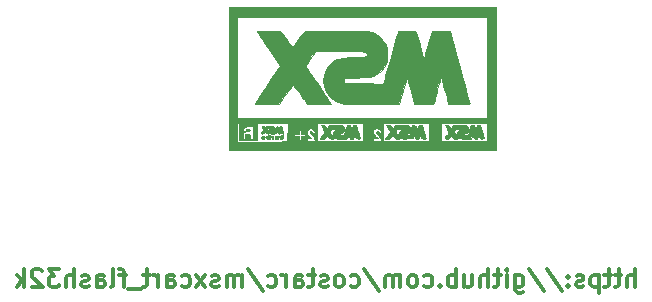
<source format=gbr>
G04 #@! TF.GenerationSoftware,KiCad,Pcbnew,(6.0.7)*
G04 #@! TF.CreationDate,2023-01-05T13:14:55+00:00*
G04 #@! TF.ProjectId,msx_eeprom,6d73785f-6565-4707-926f-6d2e6b696361,rev?*
G04 #@! TF.SameCoordinates,Original*
G04 #@! TF.FileFunction,Legend,Bot*
G04 #@! TF.FilePolarity,Positive*
%FSLAX46Y46*%
G04 Gerber Fmt 4.6, Leading zero omitted, Abs format (unit mm)*
G04 Created by KiCad (PCBNEW (6.0.7)) date 2023-01-05 13:14:55*
%MOMM*%
%LPD*%
G01*
G04 APERTURE LIST*
%ADD10C,0.300000*%
%ADD11C,0.010000*%
G04 APERTURE END LIST*
D10*
X165807142Y-104564571D02*
X165807142Y-103064571D01*
X165164285Y-104564571D02*
X165164285Y-103778857D01*
X165235714Y-103636000D01*
X165378571Y-103564571D01*
X165592857Y-103564571D01*
X165735714Y-103636000D01*
X165807142Y-103707428D01*
X164664285Y-103564571D02*
X164092857Y-103564571D01*
X164450000Y-103064571D02*
X164450000Y-104350285D01*
X164378571Y-104493142D01*
X164235714Y-104564571D01*
X164092857Y-104564571D01*
X163807142Y-103564571D02*
X163235714Y-103564571D01*
X163592857Y-103064571D02*
X163592857Y-104350285D01*
X163521428Y-104493142D01*
X163378571Y-104564571D01*
X163235714Y-104564571D01*
X162735714Y-103564571D02*
X162735714Y-105064571D01*
X162735714Y-103636000D02*
X162592857Y-103564571D01*
X162307142Y-103564571D01*
X162164285Y-103636000D01*
X162092857Y-103707428D01*
X162021428Y-103850285D01*
X162021428Y-104278857D01*
X162092857Y-104421714D01*
X162164285Y-104493142D01*
X162307142Y-104564571D01*
X162592857Y-104564571D01*
X162735714Y-104493142D01*
X161450000Y-104493142D02*
X161307142Y-104564571D01*
X161021428Y-104564571D01*
X160878571Y-104493142D01*
X160807142Y-104350285D01*
X160807142Y-104278857D01*
X160878571Y-104136000D01*
X161021428Y-104064571D01*
X161235714Y-104064571D01*
X161378571Y-103993142D01*
X161450000Y-103850285D01*
X161450000Y-103778857D01*
X161378571Y-103636000D01*
X161235714Y-103564571D01*
X161021428Y-103564571D01*
X160878571Y-103636000D01*
X160164285Y-104421714D02*
X160092857Y-104493142D01*
X160164285Y-104564571D01*
X160235714Y-104493142D01*
X160164285Y-104421714D01*
X160164285Y-104564571D01*
X160164285Y-103636000D02*
X160092857Y-103707428D01*
X160164285Y-103778857D01*
X160235714Y-103707428D01*
X160164285Y-103636000D01*
X160164285Y-103778857D01*
X158378571Y-102993142D02*
X159664285Y-104921714D01*
X156807142Y-102993142D02*
X158092857Y-104921714D01*
X155664285Y-103564571D02*
X155664285Y-104778857D01*
X155735714Y-104921714D01*
X155807142Y-104993142D01*
X155950000Y-105064571D01*
X156164285Y-105064571D01*
X156307142Y-104993142D01*
X155664285Y-104493142D02*
X155807142Y-104564571D01*
X156092857Y-104564571D01*
X156235714Y-104493142D01*
X156307142Y-104421714D01*
X156378571Y-104278857D01*
X156378571Y-103850285D01*
X156307142Y-103707428D01*
X156235714Y-103636000D01*
X156092857Y-103564571D01*
X155807142Y-103564571D01*
X155664285Y-103636000D01*
X154950000Y-104564571D02*
X154950000Y-103564571D01*
X154950000Y-103064571D02*
X155021428Y-103136000D01*
X154950000Y-103207428D01*
X154878571Y-103136000D01*
X154950000Y-103064571D01*
X154950000Y-103207428D01*
X154450000Y-103564571D02*
X153878571Y-103564571D01*
X154235714Y-103064571D02*
X154235714Y-104350285D01*
X154164285Y-104493142D01*
X154021428Y-104564571D01*
X153878571Y-104564571D01*
X153378571Y-104564571D02*
X153378571Y-103064571D01*
X152735714Y-104564571D02*
X152735714Y-103778857D01*
X152807142Y-103636000D01*
X152950000Y-103564571D01*
X153164285Y-103564571D01*
X153307142Y-103636000D01*
X153378571Y-103707428D01*
X151378571Y-103564571D02*
X151378571Y-104564571D01*
X152021428Y-103564571D02*
X152021428Y-104350285D01*
X151950000Y-104493142D01*
X151807142Y-104564571D01*
X151592857Y-104564571D01*
X151450000Y-104493142D01*
X151378571Y-104421714D01*
X150664285Y-104564571D02*
X150664285Y-103064571D01*
X150664285Y-103636000D02*
X150521428Y-103564571D01*
X150235714Y-103564571D01*
X150092857Y-103636000D01*
X150021428Y-103707428D01*
X149950000Y-103850285D01*
X149950000Y-104278857D01*
X150021428Y-104421714D01*
X150092857Y-104493142D01*
X150235714Y-104564571D01*
X150521428Y-104564571D01*
X150664285Y-104493142D01*
X149307142Y-104421714D02*
X149235714Y-104493142D01*
X149307142Y-104564571D01*
X149378571Y-104493142D01*
X149307142Y-104421714D01*
X149307142Y-104564571D01*
X147950000Y-104493142D02*
X148092857Y-104564571D01*
X148378571Y-104564571D01*
X148521428Y-104493142D01*
X148592857Y-104421714D01*
X148664285Y-104278857D01*
X148664285Y-103850285D01*
X148592857Y-103707428D01*
X148521428Y-103636000D01*
X148378571Y-103564571D01*
X148092857Y-103564571D01*
X147950000Y-103636000D01*
X147092857Y-104564571D02*
X147235714Y-104493142D01*
X147307142Y-104421714D01*
X147378571Y-104278857D01*
X147378571Y-103850285D01*
X147307142Y-103707428D01*
X147235714Y-103636000D01*
X147092857Y-103564571D01*
X146878571Y-103564571D01*
X146735714Y-103636000D01*
X146664285Y-103707428D01*
X146592857Y-103850285D01*
X146592857Y-104278857D01*
X146664285Y-104421714D01*
X146735714Y-104493142D01*
X146878571Y-104564571D01*
X147092857Y-104564571D01*
X145950000Y-104564571D02*
X145950000Y-103564571D01*
X145950000Y-103707428D02*
X145878571Y-103636000D01*
X145735714Y-103564571D01*
X145521428Y-103564571D01*
X145378571Y-103636000D01*
X145307142Y-103778857D01*
X145307142Y-104564571D01*
X145307142Y-103778857D02*
X145235714Y-103636000D01*
X145092857Y-103564571D01*
X144878571Y-103564571D01*
X144735714Y-103636000D01*
X144664285Y-103778857D01*
X144664285Y-104564571D01*
X142878571Y-102993142D02*
X144164285Y-104921714D01*
X141735714Y-104493142D02*
X141878571Y-104564571D01*
X142164285Y-104564571D01*
X142307142Y-104493142D01*
X142378571Y-104421714D01*
X142450000Y-104278857D01*
X142450000Y-103850285D01*
X142378571Y-103707428D01*
X142307142Y-103636000D01*
X142164285Y-103564571D01*
X141878571Y-103564571D01*
X141735714Y-103636000D01*
X140878571Y-104564571D02*
X141021428Y-104493142D01*
X141092857Y-104421714D01*
X141164285Y-104278857D01*
X141164285Y-103850285D01*
X141092857Y-103707428D01*
X141021428Y-103636000D01*
X140878571Y-103564571D01*
X140664285Y-103564571D01*
X140521428Y-103636000D01*
X140450000Y-103707428D01*
X140378571Y-103850285D01*
X140378571Y-104278857D01*
X140450000Y-104421714D01*
X140521428Y-104493142D01*
X140664285Y-104564571D01*
X140878571Y-104564571D01*
X139807142Y-104493142D02*
X139664285Y-104564571D01*
X139378571Y-104564571D01*
X139235714Y-104493142D01*
X139164285Y-104350285D01*
X139164285Y-104278857D01*
X139235714Y-104136000D01*
X139378571Y-104064571D01*
X139592857Y-104064571D01*
X139735714Y-103993142D01*
X139807142Y-103850285D01*
X139807142Y-103778857D01*
X139735714Y-103636000D01*
X139592857Y-103564571D01*
X139378571Y-103564571D01*
X139235714Y-103636000D01*
X138735714Y-103564571D02*
X138164285Y-103564571D01*
X138521428Y-103064571D02*
X138521428Y-104350285D01*
X138450000Y-104493142D01*
X138307142Y-104564571D01*
X138164285Y-104564571D01*
X137021428Y-104564571D02*
X137021428Y-103778857D01*
X137092857Y-103636000D01*
X137235714Y-103564571D01*
X137521428Y-103564571D01*
X137664285Y-103636000D01*
X137021428Y-104493142D02*
X137164285Y-104564571D01*
X137521428Y-104564571D01*
X137664285Y-104493142D01*
X137735714Y-104350285D01*
X137735714Y-104207428D01*
X137664285Y-104064571D01*
X137521428Y-103993142D01*
X137164285Y-103993142D01*
X137021428Y-103921714D01*
X136307142Y-104564571D02*
X136307142Y-103564571D01*
X136307142Y-103850285D02*
X136235714Y-103707428D01*
X136164285Y-103636000D01*
X136021428Y-103564571D01*
X135878571Y-103564571D01*
X134735714Y-104493142D02*
X134878571Y-104564571D01*
X135164285Y-104564571D01*
X135307142Y-104493142D01*
X135378571Y-104421714D01*
X135449999Y-104278857D01*
X135449999Y-103850285D01*
X135378571Y-103707428D01*
X135307142Y-103636000D01*
X135164285Y-103564571D01*
X134878571Y-103564571D01*
X134735714Y-103636000D01*
X133021428Y-102993142D02*
X134307142Y-104921714D01*
X132521428Y-104564571D02*
X132521428Y-103564571D01*
X132521428Y-103707428D02*
X132449999Y-103636000D01*
X132307142Y-103564571D01*
X132092857Y-103564571D01*
X131949999Y-103636000D01*
X131878571Y-103778857D01*
X131878571Y-104564571D01*
X131878571Y-103778857D02*
X131807142Y-103636000D01*
X131664285Y-103564571D01*
X131449999Y-103564571D01*
X131307142Y-103636000D01*
X131235714Y-103778857D01*
X131235714Y-104564571D01*
X130592857Y-104493142D02*
X130449999Y-104564571D01*
X130164285Y-104564571D01*
X130021428Y-104493142D01*
X129949999Y-104350285D01*
X129949999Y-104278857D01*
X130021428Y-104136000D01*
X130164285Y-104064571D01*
X130378571Y-104064571D01*
X130521428Y-103993142D01*
X130592857Y-103850285D01*
X130592857Y-103778857D01*
X130521428Y-103636000D01*
X130378571Y-103564571D01*
X130164285Y-103564571D01*
X130021428Y-103636000D01*
X129449999Y-104564571D02*
X128664285Y-103564571D01*
X129449999Y-103564571D02*
X128664285Y-104564571D01*
X127449999Y-104493142D02*
X127592857Y-104564571D01*
X127878571Y-104564571D01*
X128021428Y-104493142D01*
X128092857Y-104421714D01*
X128164285Y-104278857D01*
X128164285Y-103850285D01*
X128092857Y-103707428D01*
X128021428Y-103636000D01*
X127878571Y-103564571D01*
X127592857Y-103564571D01*
X127449999Y-103636000D01*
X126164285Y-104564571D02*
X126164285Y-103778857D01*
X126235714Y-103636000D01*
X126378571Y-103564571D01*
X126664285Y-103564571D01*
X126807142Y-103636000D01*
X126164285Y-104493142D02*
X126307142Y-104564571D01*
X126664285Y-104564571D01*
X126807142Y-104493142D01*
X126878571Y-104350285D01*
X126878571Y-104207428D01*
X126807142Y-104064571D01*
X126664285Y-103993142D01*
X126307142Y-103993142D01*
X126164285Y-103921714D01*
X125449999Y-104564571D02*
X125449999Y-103564571D01*
X125449999Y-103850285D02*
X125378571Y-103707428D01*
X125307142Y-103636000D01*
X125164285Y-103564571D01*
X125021428Y-103564571D01*
X124735714Y-103564571D02*
X124164285Y-103564571D01*
X124521428Y-103064571D02*
X124521428Y-104350285D01*
X124449999Y-104493142D01*
X124307142Y-104564571D01*
X124164285Y-104564571D01*
X124021428Y-104707428D02*
X122878571Y-104707428D01*
X122735714Y-103564571D02*
X122164285Y-103564571D01*
X122521428Y-104564571D02*
X122521428Y-103278857D01*
X122449999Y-103136000D01*
X122307142Y-103064571D01*
X122164285Y-103064571D01*
X121449999Y-104564571D02*
X121592857Y-104493142D01*
X121664285Y-104350285D01*
X121664285Y-103064571D01*
X120235714Y-104564571D02*
X120235714Y-103778857D01*
X120307142Y-103636000D01*
X120449999Y-103564571D01*
X120735714Y-103564571D01*
X120878571Y-103636000D01*
X120235714Y-104493142D02*
X120378571Y-104564571D01*
X120735714Y-104564571D01*
X120878571Y-104493142D01*
X120949999Y-104350285D01*
X120949999Y-104207428D01*
X120878571Y-104064571D01*
X120735714Y-103993142D01*
X120378571Y-103993142D01*
X120235714Y-103921714D01*
X119592857Y-104493142D02*
X119449999Y-104564571D01*
X119164285Y-104564571D01*
X119021428Y-104493142D01*
X118949999Y-104350285D01*
X118949999Y-104278857D01*
X119021428Y-104136000D01*
X119164285Y-104064571D01*
X119378571Y-104064571D01*
X119521428Y-103993142D01*
X119592857Y-103850285D01*
X119592857Y-103778857D01*
X119521428Y-103636000D01*
X119378571Y-103564571D01*
X119164285Y-103564571D01*
X119021428Y-103636000D01*
X118307142Y-104564571D02*
X118307142Y-103064571D01*
X117664285Y-104564571D02*
X117664285Y-103778857D01*
X117735714Y-103636000D01*
X117878571Y-103564571D01*
X118092857Y-103564571D01*
X118235714Y-103636000D01*
X118307142Y-103707428D01*
X117092857Y-103064571D02*
X116164285Y-103064571D01*
X116664285Y-103636000D01*
X116449999Y-103636000D01*
X116307142Y-103707428D01*
X116235714Y-103778857D01*
X116164285Y-103921714D01*
X116164285Y-104278857D01*
X116235714Y-104421714D01*
X116307142Y-104493142D01*
X116449999Y-104564571D01*
X116878571Y-104564571D01*
X117021428Y-104493142D01*
X117092857Y-104421714D01*
X115592857Y-103207428D02*
X115521428Y-103136000D01*
X115378571Y-103064571D01*
X115021428Y-103064571D01*
X114878571Y-103136000D01*
X114807142Y-103207428D01*
X114735714Y-103350285D01*
X114735714Y-103493142D01*
X114807142Y-103707428D01*
X115664285Y-104564571D01*
X114735714Y-104564571D01*
X114092857Y-104564571D02*
X114092857Y-103064571D01*
X113949999Y-103993142D02*
X113521428Y-104564571D01*
X113521428Y-103564571D02*
X114092857Y-104136000D01*
G36*
X135928485Y-91663854D02*
G01*
X136009062Y-91722348D01*
X136051517Y-91779956D01*
X136027205Y-91810542D01*
X135999458Y-91831578D01*
X135974666Y-91905667D01*
X135966787Y-91949465D01*
X135921750Y-92004630D01*
X135838119Y-92026205D01*
X135755434Y-92022776D01*
X135720666Y-91990333D01*
X135727831Y-91970859D01*
X135784166Y-91948000D01*
X135813780Y-91940624D01*
X135847666Y-91884500D01*
X135840291Y-91854886D01*
X135784166Y-91821000D01*
X135754955Y-91816224D01*
X135720666Y-91778667D01*
X135727831Y-91759192D01*
X135784166Y-91736333D01*
X135813378Y-91731557D01*
X135847666Y-91694000D01*
X135867437Y-91656720D01*
X135928485Y-91663854D01*
G37*
D11*
X135928485Y-91663854D02*
X136009062Y-91722348D01*
X136051517Y-91779956D01*
X136027205Y-91810542D01*
X135999458Y-91831578D01*
X135974666Y-91905667D01*
X135966787Y-91949465D01*
X135921750Y-92004630D01*
X135838119Y-92026205D01*
X135755434Y-92022776D01*
X135720666Y-91990333D01*
X135727831Y-91970859D01*
X135784166Y-91948000D01*
X135813780Y-91940624D01*
X135847666Y-91884500D01*
X135840291Y-91854886D01*
X135784166Y-91821000D01*
X135754955Y-91816224D01*
X135720666Y-91778667D01*
X135727831Y-91759192D01*
X135784166Y-91736333D01*
X135813378Y-91731557D01*
X135847666Y-91694000D01*
X135867437Y-91656720D01*
X135928485Y-91663854D01*
G36*
X152925118Y-91584214D02*
G01*
X152972201Y-91754579D01*
X153007101Y-91878143D01*
X153024946Y-91937417D01*
X153027105Y-91950271D01*
X152988588Y-91980683D01*
X152873723Y-91990333D01*
X152814903Y-91989481D01*
X152733589Y-91974057D01*
X152685885Y-91921789D01*
X152643277Y-91810417D01*
X152583164Y-91630500D01*
X152527781Y-91799833D01*
X152514448Y-91837849D01*
X152467341Y-91942965D01*
X152425615Y-92000268D01*
X152385717Y-92023336D01*
X152335789Y-92028150D01*
X152246915Y-92007466D01*
X152168874Y-91948747D01*
X152103380Y-91806961D01*
X152049429Y-91630500D01*
X151988353Y-91810417D01*
X151927278Y-91990333D01*
X151449681Y-91990333D01*
X151440759Y-91990332D01*
X151229745Y-91988503D01*
X151083928Y-91981274D01*
X150984538Y-91965768D01*
X150912805Y-91939109D01*
X150849959Y-91898421D01*
X150823745Y-91879164D01*
X150774669Y-91848580D01*
X150780750Y-91864554D01*
X150809584Y-91899420D01*
X150827256Y-91954164D01*
X150775013Y-91982350D01*
X150646049Y-91990333D01*
X150524897Y-91982479D01*
X150440567Y-91945838D01*
X150368000Y-91863333D01*
X150354206Y-91844436D01*
X150289301Y-91767520D01*
X150247245Y-91736333D01*
X150243470Y-91737097D01*
X150199895Y-91778405D01*
X150141901Y-91863333D01*
X150138501Y-91869050D01*
X150078880Y-91947447D01*
X150003717Y-91982366D01*
X149878773Y-91990333D01*
X149824050Y-91988794D01*
X149728488Y-91976143D01*
X149690666Y-91954891D01*
X149690670Y-91954654D01*
X149714224Y-91904016D01*
X149775006Y-91806491D01*
X149860000Y-91682978D01*
X149861157Y-91681361D01*
X149945898Y-91558124D01*
X150006244Y-91461220D01*
X150029198Y-91411503D01*
X150029014Y-91409625D01*
X150026040Y-91403211D01*
X150485170Y-91403211D01*
X150504590Y-91467301D01*
X150570855Y-91564627D01*
X150625745Y-91639322D01*
X150695562Y-91727702D01*
X150732313Y-91753911D01*
X150746594Y-91722255D01*
X150749000Y-91637042D01*
X150749458Y-91633369D01*
X151084188Y-91633369D01*
X151108833Y-91654518D01*
X151160797Y-91667774D01*
X151285840Y-91683618D01*
X151435285Y-91691024D01*
X151677070Y-91694000D01*
X151723817Y-91520393D01*
X151734702Y-91476404D01*
X151751374Y-91374759D01*
X151746616Y-91322838D01*
X151739660Y-91317674D01*
X151722666Y-91340295D01*
X151711043Y-91392258D01*
X151631407Y-91479839D01*
X151487187Y-91548079D01*
X151291243Y-91589548D01*
X151252235Y-91594314D01*
X151129848Y-91614063D01*
X151084188Y-91633369D01*
X150749458Y-91633369D01*
X150764808Y-91510396D01*
X150841972Y-91376820D01*
X150983991Y-91297107D01*
X151191576Y-91270667D01*
X151289187Y-91266810D01*
X151388040Y-91251434D01*
X151426333Y-91228333D01*
X151418588Y-91219168D01*
X151345707Y-91201599D01*
X151206260Y-91190114D01*
X151012805Y-91186000D01*
X150953381Y-91186036D01*
X150782798Y-91187961D01*
X150673530Y-91195988D01*
X150607225Y-91214454D01*
X150565526Y-91247693D01*
X150530079Y-91300043D01*
X150507422Y-91338789D01*
X150485170Y-91403211D01*
X150026040Y-91403211D01*
X150003404Y-91354393D01*
X149942989Y-91251805D01*
X149859861Y-91122500D01*
X149690658Y-90868500D01*
X149869311Y-90855027D01*
X149992427Y-90854802D01*
X150075369Y-90889842D01*
X150159359Y-90978040D01*
X150270753Y-91114526D01*
X150349671Y-90980930D01*
X150428588Y-90847333D01*
X150951410Y-90847333D01*
X151153928Y-90850548D01*
X151342413Y-90860182D01*
X151483959Y-90874833D01*
X151559715Y-90893082D01*
X151580712Y-90907579D01*
X151654574Y-90992017D01*
X151721149Y-91108474D01*
X151774812Y-91228333D01*
X151797101Y-91278118D01*
X151848773Y-91062725D01*
X151875505Y-90959013D01*
X151908872Y-90883021D01*
X151958448Y-90852768D01*
X152043108Y-90847333D01*
X152099039Y-90849023D01*
X152163484Y-90868773D01*
X152205295Y-90928142D01*
X152245948Y-91048417D01*
X152274127Y-91139809D01*
X152300524Y-91202764D01*
X152321694Y-91200838D01*
X152347954Y-91143667D01*
X152377420Y-91059523D01*
X152405827Y-90953167D01*
X152410643Y-90934662D01*
X152460623Y-90879890D01*
X152573132Y-90855787D01*
X152724393Y-90843073D01*
X152865114Y-91363787D01*
X152868081Y-91374759D01*
X152870724Y-91384535D01*
X152925118Y-91584214D01*
G37*
X152925118Y-91584214D02*
X152972201Y-91754579D01*
X153007101Y-91878143D01*
X153024946Y-91937417D01*
X153027105Y-91950271D01*
X152988588Y-91980683D01*
X152873723Y-91990333D01*
X152814903Y-91989481D01*
X152733589Y-91974057D01*
X152685885Y-91921789D01*
X152643277Y-91810417D01*
X152583164Y-91630500D01*
X152527781Y-91799833D01*
X152514448Y-91837849D01*
X152467341Y-91942965D01*
X152425615Y-92000268D01*
X152385717Y-92023336D01*
X152335789Y-92028150D01*
X152246915Y-92007466D01*
X152168874Y-91948747D01*
X152103380Y-91806961D01*
X152049429Y-91630500D01*
X151988353Y-91810417D01*
X151927278Y-91990333D01*
X151449681Y-91990333D01*
X151440759Y-91990332D01*
X151229745Y-91988503D01*
X151083928Y-91981274D01*
X150984538Y-91965768D01*
X150912805Y-91939109D01*
X150849959Y-91898421D01*
X150823745Y-91879164D01*
X150774669Y-91848580D01*
X150780750Y-91864554D01*
X150809584Y-91899420D01*
X150827256Y-91954164D01*
X150775013Y-91982350D01*
X150646049Y-91990333D01*
X150524897Y-91982479D01*
X150440567Y-91945838D01*
X150368000Y-91863333D01*
X150354206Y-91844436D01*
X150289301Y-91767520D01*
X150247245Y-91736333D01*
X150243470Y-91737097D01*
X150199895Y-91778405D01*
X150141901Y-91863333D01*
X150138501Y-91869050D01*
X150078880Y-91947447D01*
X150003717Y-91982366D01*
X149878773Y-91990333D01*
X149824050Y-91988794D01*
X149728488Y-91976143D01*
X149690666Y-91954891D01*
X149690670Y-91954654D01*
X149714224Y-91904016D01*
X149775006Y-91806491D01*
X149860000Y-91682978D01*
X149861157Y-91681361D01*
X149945898Y-91558124D01*
X150006244Y-91461220D01*
X150029198Y-91411503D01*
X150029014Y-91409625D01*
X150026040Y-91403211D01*
X150485170Y-91403211D01*
X150504590Y-91467301D01*
X150570855Y-91564627D01*
X150625745Y-91639322D01*
X150695562Y-91727702D01*
X150732313Y-91753911D01*
X150746594Y-91722255D01*
X150749000Y-91637042D01*
X150749458Y-91633369D01*
X151084188Y-91633369D01*
X151108833Y-91654518D01*
X151160797Y-91667774D01*
X151285840Y-91683618D01*
X151435285Y-91691024D01*
X151677070Y-91694000D01*
X151723817Y-91520393D01*
X151734702Y-91476404D01*
X151751374Y-91374759D01*
X151746616Y-91322838D01*
X151739660Y-91317674D01*
X151722666Y-91340295D01*
X151711043Y-91392258D01*
X151631407Y-91479839D01*
X151487187Y-91548079D01*
X151291243Y-91589548D01*
X151252235Y-91594314D01*
X151129848Y-91614063D01*
X151084188Y-91633369D01*
X150749458Y-91633369D01*
X150764808Y-91510396D01*
X150841972Y-91376820D01*
X150983991Y-91297107D01*
X151191576Y-91270667D01*
X151289187Y-91266810D01*
X151388040Y-91251434D01*
X151426333Y-91228333D01*
X151418588Y-91219168D01*
X151345707Y-91201599D01*
X151206260Y-91190114D01*
X151012805Y-91186000D01*
X150953381Y-91186036D01*
X150782798Y-91187961D01*
X150673530Y-91195988D01*
X150607225Y-91214454D01*
X150565526Y-91247693D01*
X150530079Y-91300043D01*
X150507422Y-91338789D01*
X150485170Y-91403211D01*
X150026040Y-91403211D01*
X150003404Y-91354393D01*
X149942989Y-91251805D01*
X149859861Y-91122500D01*
X149690658Y-90868500D01*
X149869311Y-90855027D01*
X149992427Y-90854802D01*
X150075369Y-90889842D01*
X150159359Y-90978040D01*
X150270753Y-91114526D01*
X150349671Y-90980930D01*
X150428588Y-90847333D01*
X150951410Y-90847333D01*
X151153928Y-90850548D01*
X151342413Y-90860182D01*
X151483959Y-90874833D01*
X151559715Y-90893082D01*
X151580712Y-90907579D01*
X151654574Y-90992017D01*
X151721149Y-91108474D01*
X151774812Y-91228333D01*
X151797101Y-91278118D01*
X151848773Y-91062725D01*
X151875505Y-90959013D01*
X151908872Y-90883021D01*
X151958448Y-90852768D01*
X152043108Y-90847333D01*
X152099039Y-90849023D01*
X152163484Y-90868773D01*
X152205295Y-90928142D01*
X152245948Y-91048417D01*
X152274127Y-91139809D01*
X152300524Y-91202764D01*
X152321694Y-91200838D01*
X152347954Y-91143667D01*
X152377420Y-91059523D01*
X152405827Y-90953167D01*
X152410643Y-90934662D01*
X152460623Y-90879890D01*
X152573132Y-90855787D01*
X152724393Y-90843073D01*
X152865114Y-91363787D01*
X152868081Y-91374759D01*
X152870724Y-91384535D01*
X152925118Y-91584214D01*
G36*
X146751175Y-91392494D02*
G01*
X146720960Y-91445078D01*
X146669557Y-91501280D01*
X146592244Y-91540693D01*
X146469612Y-91572081D01*
X146282255Y-91604204D01*
X146071166Y-91637251D01*
X146317886Y-91670916D01*
X146416921Y-91683014D01*
X146561116Y-91686827D01*
X146662008Y-91655626D01*
X146734236Y-91577344D01*
X146792440Y-91439916D01*
X146851260Y-91231273D01*
X146951372Y-90842960D01*
X147103584Y-90855730D01*
X147138456Y-90859464D01*
X147233901Y-90889755D01*
X147271840Y-90953167D01*
X147291276Y-91029089D01*
X147330984Y-91143667D01*
X147349329Y-91186271D01*
X147371128Y-91210401D01*
X147392234Y-91171129D01*
X147422912Y-91059000D01*
X147438663Y-91000305D01*
X147474670Y-90910981D01*
X147528204Y-90870751D01*
X147622757Y-90855716D01*
X147773774Y-90842931D01*
X147927887Y-91393503D01*
X147942753Y-91446719D01*
X147997356Y-91644181D01*
X148041573Y-91807202D01*
X148071191Y-91920102D01*
X148082000Y-91967204D01*
X148078320Y-91972046D01*
X148020969Y-91985096D01*
X147916194Y-91990333D01*
X147861783Y-91989526D01*
X147780844Y-91974139D01*
X147732639Y-91921847D01*
X147689107Y-91810417D01*
X147627825Y-91630500D01*
X147578114Y-91810417D01*
X147560719Y-91870801D01*
X147524376Y-91952349D01*
X147467832Y-91984623D01*
X147364065Y-91990333D01*
X147349255Y-91990292D01*
X147247606Y-91981432D01*
X147197761Y-91942564D01*
X147170218Y-91852750D01*
X147140937Y-91736529D01*
X147109837Y-91676941D01*
X147078385Y-91698602D01*
X147042528Y-91799833D01*
X146995011Y-91969167D01*
X146513724Y-91981218D01*
X146463398Y-91982433D01*
X146265556Y-91985172D01*
X146129522Y-91980884D01*
X146036433Y-91967092D01*
X145967425Y-91941318D01*
X145903635Y-91901085D01*
X145873577Y-91880157D01*
X145822753Y-91850452D01*
X145827750Y-91865750D01*
X145851734Y-91893552D01*
X145875614Y-91951368D01*
X145828327Y-91981604D01*
X145703833Y-91990333D01*
X145609363Y-91984966D01*
X145508230Y-91947325D01*
X145414500Y-91855578D01*
X145302002Y-91720823D01*
X145202373Y-91855578D01*
X145184514Y-91879196D01*
X145113883Y-91951421D01*
X145030145Y-91983225D01*
X144897758Y-91990333D01*
X144692771Y-91990333D01*
X144884552Y-91710244D01*
X144909940Y-91672929D01*
X144994652Y-91544515D01*
X145053921Y-91448483D01*
X145076198Y-91403328D01*
X145075981Y-91401671D01*
X145074868Y-91399449D01*
X145549425Y-91399449D01*
X145579088Y-91492917D01*
X145634573Y-91583928D01*
X145712300Y-91694000D01*
X145794117Y-91799833D01*
X145795059Y-91639159D01*
X145807772Y-91528331D01*
X145881140Y-91386589D01*
X146017654Y-91299998D01*
X146214911Y-91270667D01*
X146288884Y-91268087D01*
X146397964Y-91252798D01*
X146452166Y-91228333D01*
X146452319Y-91220265D01*
X146397705Y-91201577D01*
X146265200Y-91189981D01*
X146059652Y-91186000D01*
X146008921Y-91186030D01*
X145833784Y-91187867D01*
X145721504Y-91195414D01*
X145654334Y-91212623D01*
X145614526Y-91243446D01*
X145584333Y-91291833D01*
X145578739Y-91302510D01*
X145549425Y-91399449D01*
X145074868Y-91399449D01*
X145050179Y-91350143D01*
X144989804Y-91250450D01*
X144906861Y-91122500D01*
X144737658Y-90868500D01*
X144916311Y-90855027D01*
X145039427Y-90854802D01*
X145122369Y-90889842D01*
X145206359Y-90978040D01*
X145317753Y-91114526D01*
X145396671Y-90980930D01*
X145475588Y-90847333D01*
X146018718Y-90847333D01*
X146219949Y-90847946D01*
X146383753Y-90851662D01*
X146493675Y-90861083D01*
X146566103Y-90878802D01*
X146617427Y-90907417D01*
X146664036Y-90949521D01*
X146757959Y-91072944D01*
X146794309Y-91220265D01*
X146796440Y-91228905D01*
X146751175Y-91392494D01*
G37*
X146751175Y-91392494D02*
X146720960Y-91445078D01*
X146669557Y-91501280D01*
X146592244Y-91540693D01*
X146469612Y-91572081D01*
X146282255Y-91604204D01*
X146071166Y-91637251D01*
X146317886Y-91670916D01*
X146416921Y-91683014D01*
X146561116Y-91686827D01*
X146662008Y-91655626D01*
X146734236Y-91577344D01*
X146792440Y-91439916D01*
X146851260Y-91231273D01*
X146951372Y-90842960D01*
X147103584Y-90855730D01*
X147138456Y-90859464D01*
X147233901Y-90889755D01*
X147271840Y-90953167D01*
X147291276Y-91029089D01*
X147330984Y-91143667D01*
X147349329Y-91186271D01*
X147371128Y-91210401D01*
X147392234Y-91171129D01*
X147422912Y-91059000D01*
X147438663Y-91000305D01*
X147474670Y-90910981D01*
X147528204Y-90870751D01*
X147622757Y-90855716D01*
X147773774Y-90842931D01*
X147927887Y-91393503D01*
X147942753Y-91446719D01*
X147997356Y-91644181D01*
X148041573Y-91807202D01*
X148071191Y-91920102D01*
X148082000Y-91967204D01*
X148078320Y-91972046D01*
X148020969Y-91985096D01*
X147916194Y-91990333D01*
X147861783Y-91989526D01*
X147780844Y-91974139D01*
X147732639Y-91921847D01*
X147689107Y-91810417D01*
X147627825Y-91630500D01*
X147578114Y-91810417D01*
X147560719Y-91870801D01*
X147524376Y-91952349D01*
X147467832Y-91984623D01*
X147364065Y-91990333D01*
X147349255Y-91990292D01*
X147247606Y-91981432D01*
X147197761Y-91942564D01*
X147170218Y-91852750D01*
X147140937Y-91736529D01*
X147109837Y-91676941D01*
X147078385Y-91698602D01*
X147042528Y-91799833D01*
X146995011Y-91969167D01*
X146513724Y-91981218D01*
X146463398Y-91982433D01*
X146265556Y-91985172D01*
X146129522Y-91980884D01*
X146036433Y-91967092D01*
X145967425Y-91941318D01*
X145903635Y-91901085D01*
X145873577Y-91880157D01*
X145822753Y-91850452D01*
X145827750Y-91865750D01*
X145851734Y-91893552D01*
X145875614Y-91951368D01*
X145828327Y-91981604D01*
X145703833Y-91990333D01*
X145609363Y-91984966D01*
X145508230Y-91947325D01*
X145414500Y-91855578D01*
X145302002Y-91720823D01*
X145202373Y-91855578D01*
X145184514Y-91879196D01*
X145113883Y-91951421D01*
X145030145Y-91983225D01*
X144897758Y-91990333D01*
X144692771Y-91990333D01*
X144884552Y-91710244D01*
X144909940Y-91672929D01*
X144994652Y-91544515D01*
X145053921Y-91448483D01*
X145076198Y-91403328D01*
X145075981Y-91401671D01*
X145074868Y-91399449D01*
X145549425Y-91399449D01*
X145579088Y-91492917D01*
X145634573Y-91583928D01*
X145712300Y-91694000D01*
X145794117Y-91799833D01*
X145795059Y-91639159D01*
X145807772Y-91528331D01*
X145881140Y-91386589D01*
X146017654Y-91299998D01*
X146214911Y-91270667D01*
X146288884Y-91268087D01*
X146397964Y-91252798D01*
X146452166Y-91228333D01*
X146452319Y-91220265D01*
X146397705Y-91201577D01*
X146265200Y-91189981D01*
X146059652Y-91186000D01*
X146008921Y-91186030D01*
X145833784Y-91187867D01*
X145721504Y-91195414D01*
X145654334Y-91212623D01*
X145614526Y-91243446D01*
X145584333Y-91291833D01*
X145578739Y-91302510D01*
X145549425Y-91399449D01*
X145074868Y-91399449D01*
X145050179Y-91350143D01*
X144989804Y-91250450D01*
X144906861Y-91122500D01*
X144737658Y-90868500D01*
X144916311Y-90855027D01*
X145039427Y-90854802D01*
X145122369Y-90889842D01*
X145206359Y-90978040D01*
X145317753Y-91114526D01*
X145396671Y-90980930D01*
X145475588Y-90847333D01*
X146018718Y-90847333D01*
X146219949Y-90847946D01*
X146383753Y-90851662D01*
X146493675Y-90861083D01*
X146566103Y-90878802D01*
X146617427Y-90907417D01*
X146664036Y-90949521D01*
X146757959Y-91072944D01*
X146794309Y-91220265D01*
X146796440Y-91228905D01*
X146751175Y-91392494D01*
G36*
X135423509Y-91778487D02*
G01*
X135471174Y-91863555D01*
X135491003Y-91930626D01*
X135500519Y-91930766D01*
X135504780Y-91849646D01*
X135505695Y-91831692D01*
X135526845Y-91756103D01*
X135582597Y-91744299D01*
X135651295Y-91791957D01*
X135671582Y-91879229D01*
X135634312Y-91971200D01*
X135631958Y-91973874D01*
X135553475Y-92015487D01*
X135440316Y-92032667D01*
X135426840Y-92032635D01*
X135338706Y-92023959D01*
X135303630Y-91982108D01*
X135297333Y-91881396D01*
X135299772Y-91815361D01*
X135320211Y-91752332D01*
X135369560Y-91744035D01*
X135423509Y-91778487D01*
G37*
X135423509Y-91778487D02*
X135471174Y-91863555D01*
X135491003Y-91930626D01*
X135500519Y-91930766D01*
X135504780Y-91849646D01*
X135505695Y-91831692D01*
X135526845Y-91756103D01*
X135582597Y-91744299D01*
X135651295Y-91791957D01*
X135671582Y-91879229D01*
X135634312Y-91971200D01*
X135631958Y-91973874D01*
X135553475Y-92015487D01*
X135440316Y-92032667D01*
X135426840Y-92032635D01*
X135338706Y-92023959D01*
X135303630Y-91982108D01*
X135297333Y-91881396D01*
X135299772Y-91815361D01*
X135320211Y-91752332D01*
X135369560Y-91744035D01*
X135423509Y-91778487D01*
G36*
X132249333Y-92117333D02*
G01*
X132249333Y-91776636D01*
X132588000Y-91776636D01*
X132589068Y-91864675D01*
X132599882Y-91948857D01*
X132631245Y-91983557D01*
X132693833Y-91990333D01*
X132736307Y-91988328D01*
X132778724Y-91966958D01*
X132796235Y-91904289D01*
X132799666Y-91778667D01*
X132799666Y-91567000D01*
X132990166Y-91567000D01*
X133073164Y-91567888D01*
X133148247Y-91580683D01*
X133176401Y-91622788D01*
X133180666Y-91711704D01*
X133180677Y-91715905D01*
X133188461Y-91835585D01*
X133206362Y-91923371D01*
X133245008Y-91965357D01*
X133333362Y-91990333D01*
X133434666Y-91990333D01*
X133434666Y-90889667D01*
X133172703Y-90889667D01*
X132955747Y-90909252D01*
X132779088Y-90972656D01*
X132668841Y-91076621D01*
X132630622Y-91217750D01*
X132633248Y-91279869D01*
X132658856Y-91340901D01*
X132725583Y-91356671D01*
X132745901Y-91357048D01*
X132790447Y-91364209D01*
X132777761Y-91393082D01*
X132704416Y-91460474D01*
X132699322Y-91464990D01*
X132628844Y-91543636D01*
X132596053Y-91635797D01*
X132588000Y-91776636D01*
X132249333Y-91776636D01*
X132249333Y-90762667D01*
X133773333Y-90762667D01*
X133773333Y-92117333D01*
X132249333Y-92117333D01*
G37*
X132249333Y-92117333D02*
X132249333Y-91776636D01*
X132588000Y-91776636D01*
X132589068Y-91864675D01*
X132599882Y-91948857D01*
X132631245Y-91983557D01*
X132693833Y-91990333D01*
X132736307Y-91988328D01*
X132778724Y-91966958D01*
X132796235Y-91904289D01*
X132799666Y-91778667D01*
X132799666Y-91567000D01*
X132990166Y-91567000D01*
X133073164Y-91567888D01*
X133148247Y-91580683D01*
X133176401Y-91622788D01*
X133180666Y-91711704D01*
X133180677Y-91715905D01*
X133188461Y-91835585D01*
X133206362Y-91923371D01*
X133245008Y-91965357D01*
X133333362Y-91990333D01*
X133434666Y-91990333D01*
X133434666Y-90889667D01*
X133172703Y-90889667D01*
X132955747Y-90909252D01*
X132779088Y-90972656D01*
X132668841Y-91076621D01*
X132630622Y-91217750D01*
X132633248Y-91279869D01*
X132658856Y-91340901D01*
X132725583Y-91356671D01*
X132745901Y-91357048D01*
X132790447Y-91364209D01*
X132777761Y-91393082D01*
X132704416Y-91460474D01*
X132699322Y-91464990D01*
X132628844Y-91543636D01*
X132596053Y-91635797D01*
X132588000Y-91776636D01*
X132249333Y-91776636D01*
X132249333Y-90762667D01*
X133773333Y-90762667D01*
X133773333Y-92117333D01*
X132249333Y-92117333D01*
G36*
X133119781Y-91148629D02*
G01*
X133169596Y-91177929D01*
X133180666Y-91249500D01*
X133173719Y-91311843D01*
X133132699Y-91347426D01*
X133032500Y-91355333D01*
X132945219Y-91350370D01*
X132895403Y-91321071D01*
X132884333Y-91249500D01*
X132891281Y-91187156D01*
X132932301Y-91151574D01*
X133032500Y-91143667D01*
X133119781Y-91148629D01*
G37*
X133119781Y-91148629D02*
X133169596Y-91177929D01*
X133180666Y-91249500D01*
X133173719Y-91311843D01*
X133132699Y-91347426D01*
X133032500Y-91355333D01*
X132945219Y-91350370D01*
X132895403Y-91321071D01*
X132884333Y-91249500D01*
X132891281Y-91187156D01*
X132932301Y-91151574D01*
X133032500Y-91143667D01*
X133119781Y-91148629D01*
G36*
X135126508Y-91753595D02*
G01*
X135182657Y-91796331D01*
X135204765Y-91895083D01*
X135207113Y-91925721D01*
X135197506Y-92008728D01*
X135151849Y-92032667D01*
X135108453Y-92012880D01*
X135085666Y-91926833D01*
X135073238Y-91857800D01*
X135022166Y-91821000D01*
X134992910Y-91815890D01*
X134958666Y-91775855D01*
X134991126Y-91748394D01*
X135075083Y-91744105D01*
X135126508Y-91753595D01*
G37*
X135126508Y-91753595D02*
X135182657Y-91796331D01*
X135204765Y-91895083D01*
X135207113Y-91925721D01*
X135197506Y-92008728D01*
X135151849Y-92032667D01*
X135108453Y-92012880D01*
X135085666Y-91926833D01*
X135073238Y-91857800D01*
X135022166Y-91821000D01*
X134992910Y-91815890D01*
X134958666Y-91775855D01*
X134991126Y-91748394D01*
X135075083Y-91744105D01*
X135126508Y-91753595D01*
G36*
X140228429Y-82848178D02*
G01*
X140676550Y-82848690D01*
X141210153Y-82850053D01*
X141670578Y-82852581D01*
X142064411Y-82856705D01*
X142398242Y-82862852D01*
X142678657Y-82871453D01*
X142912245Y-82882935D01*
X143105593Y-82897727D01*
X143265291Y-82916259D01*
X143397925Y-82938960D01*
X143510083Y-82966257D01*
X143608355Y-82998581D01*
X143699326Y-83036360D01*
X143789587Y-83080023D01*
X143917290Y-83151185D01*
X144235290Y-83389868D01*
X144504007Y-83684778D01*
X144707396Y-84019491D01*
X144762172Y-84138760D01*
X144800631Y-84240256D01*
X144824551Y-84341655D01*
X144837373Y-84464146D01*
X144842542Y-84628920D01*
X144843500Y-84857167D01*
X144842595Y-85083348D01*
X144837600Y-85247934D01*
X144825111Y-85369328D01*
X144801726Y-85468361D01*
X144764043Y-85565864D01*
X144708659Y-85682667D01*
X144559134Y-85945819D01*
X144323880Y-86235744D01*
X144044920Y-86457999D01*
X143922005Y-86533986D01*
X143785738Y-86611323D01*
X143656910Y-86671367D01*
X143522366Y-86716873D01*
X143368952Y-86750598D01*
X143183513Y-86775297D01*
X142952894Y-86793725D01*
X142663941Y-86808639D01*
X142303500Y-86822793D01*
X142152335Y-86828664D01*
X141882145Y-86840848D01*
X141644543Y-86853723D01*
X141452539Y-86866471D01*
X141319141Y-86878279D01*
X141257361Y-86888332D01*
X141239493Y-86897077D01*
X141169064Y-86977717D01*
X141148565Y-87088973D01*
X141177998Y-87198817D01*
X141257361Y-87275221D01*
X141259377Y-87275986D01*
X141324569Y-87284086D01*
X141463682Y-87292284D01*
X141666917Y-87300290D01*
X141924472Y-87307813D01*
X142226548Y-87314565D01*
X142563346Y-87320253D01*
X142925064Y-87324590D01*
X144520295Y-87339916D01*
X144566412Y-87178041D01*
X144583920Y-87116236D01*
X144630923Y-86948688D01*
X144693185Y-86725348D01*
X144768182Y-86455375D01*
X144853390Y-86147929D01*
X144946285Y-85812168D01*
X145044345Y-85457253D01*
X145145043Y-85092341D01*
X145245857Y-84726592D01*
X145344263Y-84369165D01*
X145437737Y-84029219D01*
X145523755Y-83715913D01*
X145599793Y-83438407D01*
X145663327Y-83205859D01*
X145711833Y-83027428D01*
X145742787Y-82912274D01*
X145753666Y-82869556D01*
X145753668Y-82869483D01*
X145793724Y-82859907D01*
X145901726Y-82853057D01*
X146061113Y-82848806D01*
X146255321Y-82847023D01*
X146467788Y-82847582D01*
X146681953Y-82850352D01*
X146881254Y-82855205D01*
X147049127Y-82862013D01*
X147169012Y-82870648D01*
X147224345Y-82880979D01*
X147248924Y-82929088D01*
X147291664Y-83048102D01*
X147349118Y-83226989D01*
X147417868Y-83454735D01*
X147494496Y-83720326D01*
X147575583Y-84012748D01*
X147605007Y-84120981D01*
X147694654Y-84450951D01*
X147765174Y-84709565D01*
X147819211Y-84904804D01*
X147859409Y-85044651D01*
X147888410Y-85137091D01*
X147908858Y-85190106D01*
X147923397Y-85211679D01*
X147934671Y-85209793D01*
X147945323Y-85192430D01*
X147957996Y-85167576D01*
X147978083Y-85112938D01*
X148017285Y-84986830D01*
X148071829Y-84801519D01*
X148138380Y-84568539D01*
X148213601Y-84299421D01*
X148294156Y-84005697D01*
X148373170Y-83720422D01*
X148449640Y-83455032D01*
X148518315Y-83227279D01*
X148575764Y-83048226D01*
X148618556Y-82928934D01*
X148643257Y-82880466D01*
X148679535Y-82872280D01*
X148791016Y-82863556D01*
X148960699Y-82857797D01*
X149173456Y-82855462D01*
X149414161Y-82857011D01*
X150132489Y-82867500D01*
X150738002Y-85047667D01*
X150900450Y-85633359D01*
X151087776Y-86311101D01*
X151254119Y-86915799D01*
X151399199Y-87446404D01*
X151522732Y-87901872D01*
X151624436Y-88281156D01*
X151704031Y-88583210D01*
X151761233Y-88806988D01*
X151795761Y-88951442D01*
X151807333Y-89015528D01*
X151792531Y-89032624D01*
X151736117Y-89047227D01*
X151629347Y-89057679D01*
X151463649Y-89064501D01*
X151230453Y-89068212D01*
X150921186Y-89069333D01*
X150862743Y-89069320D01*
X150579622Y-89068563D01*
X150368441Y-89066000D01*
X150218391Y-89060751D01*
X150118664Y-89051934D01*
X150058450Y-89038666D01*
X150026940Y-89020065D01*
X150013325Y-88995250D01*
X150003672Y-88961504D01*
X149972681Y-88851978D01*
X149924618Y-88681528D01*
X149862910Y-88462325D01*
X149790985Y-88206537D01*
X149712269Y-87926333D01*
X149679064Y-87808071D01*
X149593178Y-87502384D01*
X149526595Y-87266531D01*
X149476573Y-87091754D01*
X149440370Y-86969295D01*
X149415244Y-86890394D01*
X149398453Y-86846294D01*
X149387256Y-86828237D01*
X149378909Y-86827464D01*
X149370672Y-86835217D01*
X149362521Y-86855242D01*
X149334358Y-86946610D01*
X149290297Y-87100950D01*
X149233573Y-87306633D01*
X149167422Y-87552034D01*
X149095079Y-87825526D01*
X149053170Y-87984982D01*
X148981142Y-88257107D01*
X148915864Y-88501364D01*
X148860979Y-88704235D01*
X148820131Y-88852202D01*
X148796961Y-88931750D01*
X148752767Y-89069333D01*
X147941133Y-89069258D01*
X147129500Y-89069183D01*
X146835931Y-87979175D01*
X146758616Y-87694436D01*
X146685422Y-87429439D01*
X146621355Y-87202111D01*
X146569567Y-87023490D01*
X146533209Y-86904619D01*
X146515434Y-86856537D01*
X146514482Y-86855735D01*
X146492313Y-86887136D01*
X146454369Y-86984939D01*
X146405717Y-87134757D01*
X146351425Y-87322203D01*
X146344278Y-87348159D01*
X146277103Y-87590430D01*
X146197222Y-87876304D01*
X146114030Y-88172246D01*
X146036922Y-88444723D01*
X145859500Y-89068946D01*
X143615833Y-89067832D01*
X143470556Y-89067677D01*
X143035657Y-89066225D01*
X142620423Y-89063413D01*
X142234141Y-89059394D01*
X141886097Y-89054318D01*
X141585575Y-89048334D01*
X141341862Y-89041594D01*
X141164244Y-89034248D01*
X141062006Y-89026446D01*
X140992601Y-89015998D01*
X140638536Y-88914180D01*
X140304233Y-88732646D01*
X139985709Y-88469333D01*
X139959362Y-88443047D01*
X139722033Y-88144203D01*
X139552665Y-87808487D01*
X139451339Y-87448270D01*
X139418132Y-87075926D01*
X139453125Y-86703829D01*
X139556396Y-86344352D01*
X139728024Y-86009868D01*
X139968089Y-85712751D01*
X140102646Y-85583539D01*
X140257866Y-85453809D01*
X140415133Y-85350711D01*
X140586245Y-85270779D01*
X140782999Y-85210546D01*
X141017195Y-85166543D01*
X141300630Y-85135304D01*
X141645103Y-85113361D01*
X142062410Y-85097246D01*
X142248146Y-85091328D01*
X142533624Y-85080959D01*
X142749467Y-85069540D01*
X142905427Y-85054851D01*
X143011258Y-85034673D01*
X143076713Y-85006785D01*
X143111545Y-84968969D01*
X143125507Y-84919005D01*
X143128352Y-84854674D01*
X143117126Y-84787444D01*
X143068942Y-84685341D01*
X143056874Y-84670861D01*
X143034955Y-84654562D01*
X142999544Y-84641004D01*
X142943524Y-84629879D01*
X142859779Y-84620879D01*
X142741189Y-84613697D01*
X142580639Y-84608024D01*
X142371010Y-84603553D01*
X142105185Y-84599976D01*
X141776046Y-84596985D01*
X141376477Y-84594273D01*
X140899359Y-84591532D01*
X138789833Y-84579897D01*
X138425396Y-85099532D01*
X138371205Y-85176906D01*
X138240866Y-85363866D01*
X138127267Y-85527986D01*
X138041079Y-85653807D01*
X137992975Y-85725869D01*
X137983129Y-85741622D01*
X137962784Y-85784721D01*
X137961077Y-85831457D01*
X137983928Y-85895018D01*
X138037259Y-85988592D01*
X138126990Y-86125369D01*
X138259041Y-86318536D01*
X138411990Y-86541337D01*
X138740655Y-87022321D01*
X139037480Y-87459900D01*
X139300347Y-87850851D01*
X139527136Y-88191951D01*
X139715728Y-88479976D01*
X139864006Y-88711701D01*
X139969848Y-88883904D01*
X140031138Y-88993359D01*
X140045755Y-89036845D01*
X140025067Y-89042548D01*
X139929998Y-89050628D01*
X139769867Y-89056639D01*
X139556934Y-89060311D01*
X139303460Y-89061372D01*
X139021707Y-89059549D01*
X138031746Y-89048167D01*
X137765079Y-88669655D01*
X137665148Y-88528732D01*
X137504106Y-88303906D01*
X137333674Y-88067977D01*
X137177344Y-87853568D01*
X136856275Y-87415992D01*
X136728912Y-87575912D01*
X136668562Y-87655605D01*
X136567598Y-87794102D01*
X136438483Y-87974325D01*
X136291486Y-88181932D01*
X136136877Y-88402583D01*
X135672205Y-89069333D01*
X134682934Y-89069333D01*
X134339693Y-89067729D01*
X134050818Y-89062378D01*
X133843226Y-89053194D01*
X133715202Y-89040099D01*
X133665037Y-89023015D01*
X133662620Y-89007895D01*
X133671251Y-88977561D01*
X133694855Y-88927911D01*
X133736716Y-88853887D01*
X133800116Y-88750434D01*
X133888338Y-88612494D01*
X134004663Y-88435010D01*
X134152375Y-88212927D01*
X134334756Y-87941187D01*
X134555088Y-87614733D01*
X134816655Y-87228510D01*
X135122738Y-86777460D01*
X135773512Y-85819087D01*
X135097171Y-84830127D01*
X134985521Y-84666854D01*
X134720367Y-84278820D01*
X134498213Y-83952939D01*
X134315517Y-83683630D01*
X134168737Y-83465315D01*
X134054331Y-83292414D01*
X133968759Y-83159347D01*
X133908477Y-83060535D01*
X133869944Y-82990398D01*
X133849619Y-82943356D01*
X133843959Y-82913830D01*
X133849424Y-82896240D01*
X133862471Y-82885008D01*
X133893599Y-82877506D01*
X134000329Y-82867855D01*
X134165787Y-82859965D01*
X134374528Y-82853939D01*
X134611112Y-82849878D01*
X134860094Y-82847884D01*
X135106032Y-82848061D01*
X135333483Y-82850510D01*
X135527004Y-82855333D01*
X135671154Y-82862632D01*
X135750488Y-82872511D01*
X135776420Y-82887238D01*
X135858800Y-82966953D01*
X135979628Y-83109416D01*
X136134213Y-83308942D01*
X136317864Y-83559850D01*
X136330377Y-83577331D01*
X136477088Y-83782161D01*
X136605772Y-83961588D01*
X136708623Y-84104744D01*
X136777836Y-84200764D01*
X136805603Y-84238782D01*
X136809268Y-84242088D01*
X136837192Y-84236855D01*
X136886496Y-84192691D01*
X136962264Y-84103271D01*
X137069579Y-83962268D01*
X137213525Y-83763358D01*
X137399185Y-83500216D01*
X137857025Y-82846333D01*
X140228429Y-82848178D01*
G37*
X140228429Y-82848178D02*
X140676550Y-82848690D01*
X141210153Y-82850053D01*
X141670578Y-82852581D01*
X142064411Y-82856705D01*
X142398242Y-82862852D01*
X142678657Y-82871453D01*
X142912245Y-82882935D01*
X143105593Y-82897727D01*
X143265291Y-82916259D01*
X143397925Y-82938960D01*
X143510083Y-82966257D01*
X143608355Y-82998581D01*
X143699326Y-83036360D01*
X143789587Y-83080023D01*
X143917290Y-83151185D01*
X144235290Y-83389868D01*
X144504007Y-83684778D01*
X144707396Y-84019491D01*
X144762172Y-84138760D01*
X144800631Y-84240256D01*
X144824551Y-84341655D01*
X144837373Y-84464146D01*
X144842542Y-84628920D01*
X144843500Y-84857167D01*
X144842595Y-85083348D01*
X144837600Y-85247934D01*
X144825111Y-85369328D01*
X144801726Y-85468361D01*
X144764043Y-85565864D01*
X144708659Y-85682667D01*
X144559134Y-85945819D01*
X144323880Y-86235744D01*
X144044920Y-86457999D01*
X143922005Y-86533986D01*
X143785738Y-86611323D01*
X143656910Y-86671367D01*
X143522366Y-86716873D01*
X143368952Y-86750598D01*
X143183513Y-86775297D01*
X142952894Y-86793725D01*
X142663941Y-86808639D01*
X142303500Y-86822793D01*
X142152335Y-86828664D01*
X141882145Y-86840848D01*
X141644543Y-86853723D01*
X141452539Y-86866471D01*
X141319141Y-86878279D01*
X141257361Y-86888332D01*
X141239493Y-86897077D01*
X141169064Y-86977717D01*
X141148565Y-87088973D01*
X141177998Y-87198817D01*
X141257361Y-87275221D01*
X141259377Y-87275986D01*
X141324569Y-87284086D01*
X141463682Y-87292284D01*
X141666917Y-87300290D01*
X141924472Y-87307813D01*
X142226548Y-87314565D01*
X142563346Y-87320253D01*
X142925064Y-87324590D01*
X144520295Y-87339916D01*
X144566412Y-87178041D01*
X144583920Y-87116236D01*
X144630923Y-86948688D01*
X144693185Y-86725348D01*
X144768182Y-86455375D01*
X144853390Y-86147929D01*
X144946285Y-85812168D01*
X145044345Y-85457253D01*
X145145043Y-85092341D01*
X145245857Y-84726592D01*
X145344263Y-84369165D01*
X145437737Y-84029219D01*
X145523755Y-83715913D01*
X145599793Y-83438407D01*
X145663327Y-83205859D01*
X145711833Y-83027428D01*
X145742787Y-82912274D01*
X145753666Y-82869556D01*
X145753668Y-82869483D01*
X145793724Y-82859907D01*
X145901726Y-82853057D01*
X146061113Y-82848806D01*
X146255321Y-82847023D01*
X146467788Y-82847582D01*
X146681953Y-82850352D01*
X146881254Y-82855205D01*
X147049127Y-82862013D01*
X147169012Y-82870648D01*
X147224345Y-82880979D01*
X147248924Y-82929088D01*
X147291664Y-83048102D01*
X147349118Y-83226989D01*
X147417868Y-83454735D01*
X147494496Y-83720326D01*
X147575583Y-84012748D01*
X147605007Y-84120981D01*
X147694654Y-84450951D01*
X147765174Y-84709565D01*
X147819211Y-84904804D01*
X147859409Y-85044651D01*
X147888410Y-85137091D01*
X147908858Y-85190106D01*
X147923397Y-85211679D01*
X147934671Y-85209793D01*
X147945323Y-85192430D01*
X147957996Y-85167576D01*
X147978083Y-85112938D01*
X148017285Y-84986830D01*
X148071829Y-84801519D01*
X148138380Y-84568539D01*
X148213601Y-84299421D01*
X148294156Y-84005697D01*
X148373170Y-83720422D01*
X148449640Y-83455032D01*
X148518315Y-83227279D01*
X148575764Y-83048226D01*
X148618556Y-82928934D01*
X148643257Y-82880466D01*
X148679535Y-82872280D01*
X148791016Y-82863556D01*
X148960699Y-82857797D01*
X149173456Y-82855462D01*
X149414161Y-82857011D01*
X150132489Y-82867500D01*
X150738002Y-85047667D01*
X150900450Y-85633359D01*
X151087776Y-86311101D01*
X151254119Y-86915799D01*
X151399199Y-87446404D01*
X151522732Y-87901872D01*
X151624436Y-88281156D01*
X151704031Y-88583210D01*
X151761233Y-88806988D01*
X151795761Y-88951442D01*
X151807333Y-89015528D01*
X151792531Y-89032624D01*
X151736117Y-89047227D01*
X151629347Y-89057679D01*
X151463649Y-89064501D01*
X151230453Y-89068212D01*
X150921186Y-89069333D01*
X150862743Y-89069320D01*
X150579622Y-89068563D01*
X150368441Y-89066000D01*
X150218391Y-89060751D01*
X150118664Y-89051934D01*
X150058450Y-89038666D01*
X150026940Y-89020065D01*
X150013325Y-88995250D01*
X150003672Y-88961504D01*
X149972681Y-88851978D01*
X149924618Y-88681528D01*
X149862910Y-88462325D01*
X149790985Y-88206537D01*
X149712269Y-87926333D01*
X149679064Y-87808071D01*
X149593178Y-87502384D01*
X149526595Y-87266531D01*
X149476573Y-87091754D01*
X149440370Y-86969295D01*
X149415244Y-86890394D01*
X149398453Y-86846294D01*
X149387256Y-86828237D01*
X149378909Y-86827464D01*
X149370672Y-86835217D01*
X149362521Y-86855242D01*
X149334358Y-86946610D01*
X149290297Y-87100950D01*
X149233573Y-87306633D01*
X149167422Y-87552034D01*
X149095079Y-87825526D01*
X149053170Y-87984982D01*
X148981142Y-88257107D01*
X148915864Y-88501364D01*
X148860979Y-88704235D01*
X148820131Y-88852202D01*
X148796961Y-88931750D01*
X148752767Y-89069333D01*
X147941133Y-89069258D01*
X147129500Y-89069183D01*
X146835931Y-87979175D01*
X146758616Y-87694436D01*
X146685422Y-87429439D01*
X146621355Y-87202111D01*
X146569567Y-87023490D01*
X146533209Y-86904619D01*
X146515434Y-86856537D01*
X146514482Y-86855735D01*
X146492313Y-86887136D01*
X146454369Y-86984939D01*
X146405717Y-87134757D01*
X146351425Y-87322203D01*
X146344278Y-87348159D01*
X146277103Y-87590430D01*
X146197222Y-87876304D01*
X146114030Y-88172246D01*
X146036922Y-88444723D01*
X145859500Y-89068946D01*
X143615833Y-89067832D01*
X143470556Y-89067677D01*
X143035657Y-89066225D01*
X142620423Y-89063413D01*
X142234141Y-89059394D01*
X141886097Y-89054318D01*
X141585575Y-89048334D01*
X141341862Y-89041594D01*
X141164244Y-89034248D01*
X141062006Y-89026446D01*
X140992601Y-89015998D01*
X140638536Y-88914180D01*
X140304233Y-88732646D01*
X139985709Y-88469333D01*
X139959362Y-88443047D01*
X139722033Y-88144203D01*
X139552665Y-87808487D01*
X139451339Y-87448270D01*
X139418132Y-87075926D01*
X139453125Y-86703829D01*
X139556396Y-86344352D01*
X139728024Y-86009868D01*
X139968089Y-85712751D01*
X140102646Y-85583539D01*
X140257866Y-85453809D01*
X140415133Y-85350711D01*
X140586245Y-85270779D01*
X140782999Y-85210546D01*
X141017195Y-85166543D01*
X141300630Y-85135304D01*
X141645103Y-85113361D01*
X142062410Y-85097246D01*
X142248146Y-85091328D01*
X142533624Y-85080959D01*
X142749467Y-85069540D01*
X142905427Y-85054851D01*
X143011258Y-85034673D01*
X143076713Y-85006785D01*
X143111545Y-84968969D01*
X143125507Y-84919005D01*
X143128352Y-84854674D01*
X143117126Y-84787444D01*
X143068942Y-84685341D01*
X143056874Y-84670861D01*
X143034955Y-84654562D01*
X142999544Y-84641004D01*
X142943524Y-84629879D01*
X142859779Y-84620879D01*
X142741189Y-84613697D01*
X142580639Y-84608024D01*
X142371010Y-84603553D01*
X142105185Y-84599976D01*
X141776046Y-84596985D01*
X141376477Y-84594273D01*
X140899359Y-84591532D01*
X138789833Y-84579897D01*
X138425396Y-85099532D01*
X138371205Y-85176906D01*
X138240866Y-85363866D01*
X138127267Y-85527986D01*
X138041079Y-85653807D01*
X137992975Y-85725869D01*
X137983129Y-85741622D01*
X137962784Y-85784721D01*
X137961077Y-85831457D01*
X137983928Y-85895018D01*
X138037259Y-85988592D01*
X138126990Y-86125369D01*
X138259041Y-86318536D01*
X138411990Y-86541337D01*
X138740655Y-87022321D01*
X139037480Y-87459900D01*
X139300347Y-87850851D01*
X139527136Y-88191951D01*
X139715728Y-88479976D01*
X139864006Y-88711701D01*
X139969848Y-88883904D01*
X140031138Y-88993359D01*
X140045755Y-89036845D01*
X140025067Y-89042548D01*
X139929998Y-89050628D01*
X139769867Y-89056639D01*
X139556934Y-89060311D01*
X139303460Y-89061372D01*
X139021707Y-89059549D01*
X138031746Y-89048167D01*
X137765079Y-88669655D01*
X137665148Y-88528732D01*
X137504106Y-88303906D01*
X137333674Y-88067977D01*
X137177344Y-87853568D01*
X136856275Y-87415992D01*
X136728912Y-87575912D01*
X136668562Y-87655605D01*
X136567598Y-87794102D01*
X136438483Y-87974325D01*
X136291486Y-88181932D01*
X136136877Y-88402583D01*
X135672205Y-89069333D01*
X134682934Y-89069333D01*
X134339693Y-89067729D01*
X134050818Y-89062378D01*
X133843226Y-89053194D01*
X133715202Y-89040099D01*
X133665037Y-89023015D01*
X133662620Y-89007895D01*
X133671251Y-88977561D01*
X133694855Y-88927911D01*
X133736716Y-88853887D01*
X133800116Y-88750434D01*
X133888338Y-88612494D01*
X134004663Y-88435010D01*
X134152375Y-88212927D01*
X134334756Y-87941187D01*
X134555088Y-87614733D01*
X134816655Y-87228510D01*
X135122738Y-86777460D01*
X135773512Y-85819087D01*
X135097171Y-84830127D01*
X134985521Y-84666854D01*
X134720367Y-84278820D01*
X134498213Y-83952939D01*
X134315517Y-83683630D01*
X134168737Y-83465315D01*
X134054331Y-83292414D01*
X133968759Y-83159347D01*
X133908477Y-83060535D01*
X133869944Y-82990398D01*
X133849619Y-82943356D01*
X133843959Y-82913830D01*
X133849424Y-82896240D01*
X133862471Y-82885008D01*
X133893599Y-82877506D01*
X134000329Y-82867855D01*
X134165787Y-82859965D01*
X134374528Y-82853939D01*
X134611112Y-82849878D01*
X134860094Y-82847884D01*
X135106032Y-82848061D01*
X135333483Y-82850510D01*
X135527004Y-82855333D01*
X135671154Y-82862632D01*
X135750488Y-82872511D01*
X135776420Y-82887238D01*
X135858800Y-82966953D01*
X135979628Y-83109416D01*
X136134213Y-83308942D01*
X136317864Y-83559850D01*
X136330377Y-83577331D01*
X136477088Y-83782161D01*
X136605772Y-83961588D01*
X136708623Y-84104744D01*
X136777836Y-84200764D01*
X136805603Y-84238782D01*
X136809268Y-84242088D01*
X136837192Y-84236855D01*
X136886496Y-84192691D01*
X136962264Y-84103271D01*
X137069579Y-83962268D01*
X137213525Y-83763358D01*
X137399185Y-83500216D01*
X137857025Y-82846333D01*
X140228429Y-82848178D01*
G36*
X141130810Y-91464286D02*
G01*
X140995121Y-91538976D01*
X140786341Y-91590066D01*
X140525500Y-91634299D01*
X140820822Y-91666309D01*
X140834392Y-91667780D01*
X140979262Y-91680859D01*
X141080114Y-91674651D01*
X141150212Y-91636677D01*
X141202818Y-91554460D01*
X141251196Y-91415522D01*
X141308608Y-91207384D01*
X141405367Y-90847333D01*
X141546907Y-90847333D01*
X141596570Y-90848511D01*
X141663019Y-90866268D01*
X141702629Y-90922939D01*
X141737108Y-91040582D01*
X141774415Y-91156211D01*
X141811170Y-91193435D01*
X141848850Y-91147059D01*
X141890127Y-91016667D01*
X141921304Y-90923276D01*
X141973065Y-90877989D01*
X142073358Y-90868500D01*
X142218833Y-90868500D01*
X142373704Y-91397667D01*
X142383728Y-91431959D01*
X142440719Y-91628693D01*
X142487581Y-91793368D01*
X142519698Y-91909603D01*
X142532454Y-91961017D01*
X142527506Y-91969367D01*
X142467321Y-91982936D01*
X142360006Y-91982184D01*
X142319327Y-91978856D01*
X142224067Y-91959399D01*
X142173403Y-91908153D01*
X142136317Y-91799833D01*
X142106072Y-91709983D01*
X142074109Y-91674967D01*
X142043195Y-91721174D01*
X142009344Y-91850185D01*
X142008184Y-91855369D01*
X141966687Y-91953007D01*
X141909116Y-92004024D01*
X141818419Y-92022412D01*
X141725644Y-92010381D01*
X141660924Y-91940781D01*
X141604561Y-91800445D01*
X141584831Y-91740847D01*
X141557023Y-91674074D01*
X141535990Y-91675569D01*
X141509127Y-91736945D01*
X141488889Y-91790677D01*
X141445079Y-91906638D01*
X141405811Y-91979528D01*
X141353244Y-92017931D01*
X141269536Y-92030431D01*
X141136846Y-92025613D01*
X140937330Y-92012062D01*
X140919666Y-92010934D01*
X140700392Y-91993118D01*
X140545836Y-91970535D01*
X140437320Y-91939459D01*
X140356166Y-91896167D01*
X140328430Y-91877656D01*
X140277010Y-91849477D01*
X140282083Y-91865750D01*
X140309037Y-91897416D01*
X140329226Y-91953082D01*
X140278758Y-91982032D01*
X140151261Y-91990333D01*
X140147808Y-91990330D01*
X140023510Y-91980542D01*
X139941537Y-91937726D01*
X139861226Y-91840938D01*
X139754930Y-91691543D01*
X139653382Y-91840649D01*
X139626532Y-91878968D01*
X139558909Y-91952157D01*
X139478139Y-91983364D01*
X139348611Y-91990044D01*
X139145389Y-91990333D01*
X139338028Y-91720374D01*
X139359399Y-91690196D01*
X139446442Y-91561957D01*
X139507525Y-91463272D01*
X139528410Y-91418051D01*
X139987694Y-91418051D01*
X140015305Y-91487578D01*
X140086910Y-91596757D01*
X140135522Y-91665348D01*
X140198553Y-91746874D01*
X140231200Y-91778667D01*
X140233869Y-91777201D01*
X140245578Y-91727333D01*
X140250333Y-91628576D01*
X140262150Y-91525148D01*
X140335812Y-91386355D01*
X140473024Y-91300235D01*
X140669244Y-91270667D01*
X140743217Y-91268087D01*
X140852297Y-91252798D01*
X140906500Y-91228333D01*
X140906795Y-91220454D01*
X140852995Y-91201667D01*
X140721314Y-91190005D01*
X140516637Y-91186000D01*
X140451888Y-91186043D01*
X140282424Y-91188026D01*
X140173909Y-91196146D01*
X140108054Y-91214711D01*
X140066574Y-91248034D01*
X140031182Y-91300424D01*
X139998610Y-91359111D01*
X139987694Y-91418051D01*
X139528410Y-91418051D01*
X139530532Y-91413457D01*
X139530355Y-91411535D01*
X139504791Y-91355414D01*
X139444366Y-91252130D01*
X139361194Y-91122500D01*
X139191991Y-90868500D01*
X139370645Y-90855027D01*
X139493760Y-90854802D01*
X139576702Y-90889842D01*
X139660692Y-90978040D01*
X139772086Y-91114526D01*
X139851004Y-90980930D01*
X139929921Y-90847333D01*
X140473051Y-90847333D01*
X140680411Y-90847977D01*
X140842078Y-90851772D01*
X140950456Y-90861358D01*
X141021968Y-90879374D01*
X141073039Y-90908456D01*
X141120091Y-90951242D01*
X141197886Y-91063691D01*
X141224000Y-91219848D01*
X141223910Y-91220454D01*
X141203660Y-91357327D01*
X141130810Y-91464286D01*
G37*
X141130810Y-91464286D02*
X140995121Y-91538976D01*
X140786341Y-91590066D01*
X140525500Y-91634299D01*
X140820822Y-91666309D01*
X140834392Y-91667780D01*
X140979262Y-91680859D01*
X141080114Y-91674651D01*
X141150212Y-91636677D01*
X141202818Y-91554460D01*
X141251196Y-91415522D01*
X141308608Y-91207384D01*
X141405367Y-90847333D01*
X141546907Y-90847333D01*
X141596570Y-90848511D01*
X141663019Y-90866268D01*
X141702629Y-90922939D01*
X141737108Y-91040582D01*
X141774415Y-91156211D01*
X141811170Y-91193435D01*
X141848850Y-91147059D01*
X141890127Y-91016667D01*
X141921304Y-90923276D01*
X141973065Y-90877989D01*
X142073358Y-90868500D01*
X142218833Y-90868500D01*
X142373704Y-91397667D01*
X142383728Y-91431959D01*
X142440719Y-91628693D01*
X142487581Y-91793368D01*
X142519698Y-91909603D01*
X142532454Y-91961017D01*
X142527506Y-91969367D01*
X142467321Y-91982936D01*
X142360006Y-91982184D01*
X142319327Y-91978856D01*
X142224067Y-91959399D01*
X142173403Y-91908153D01*
X142136317Y-91799833D01*
X142106072Y-91709983D01*
X142074109Y-91674967D01*
X142043195Y-91721174D01*
X142009344Y-91850185D01*
X142008184Y-91855369D01*
X141966687Y-91953007D01*
X141909116Y-92004024D01*
X141818419Y-92022412D01*
X141725644Y-92010381D01*
X141660924Y-91940781D01*
X141604561Y-91800445D01*
X141584831Y-91740847D01*
X141557023Y-91674074D01*
X141535990Y-91675569D01*
X141509127Y-91736945D01*
X141488889Y-91790677D01*
X141445079Y-91906638D01*
X141405811Y-91979528D01*
X141353244Y-92017931D01*
X141269536Y-92030431D01*
X141136846Y-92025613D01*
X140937330Y-92012062D01*
X140919666Y-92010934D01*
X140700392Y-91993118D01*
X140545836Y-91970535D01*
X140437320Y-91939459D01*
X140356166Y-91896167D01*
X140328430Y-91877656D01*
X140277010Y-91849477D01*
X140282083Y-91865750D01*
X140309037Y-91897416D01*
X140329226Y-91953082D01*
X140278758Y-91982032D01*
X140151261Y-91990333D01*
X140147808Y-91990330D01*
X140023510Y-91980542D01*
X139941537Y-91937726D01*
X139861226Y-91840938D01*
X139754930Y-91691543D01*
X139653382Y-91840649D01*
X139626532Y-91878968D01*
X139558909Y-91952157D01*
X139478139Y-91983364D01*
X139348611Y-91990044D01*
X139145389Y-91990333D01*
X139338028Y-91720374D01*
X139359399Y-91690196D01*
X139446442Y-91561957D01*
X139507525Y-91463272D01*
X139528410Y-91418051D01*
X139987694Y-91418051D01*
X140015305Y-91487578D01*
X140086910Y-91596757D01*
X140135522Y-91665348D01*
X140198553Y-91746874D01*
X140231200Y-91778667D01*
X140233869Y-91777201D01*
X140245578Y-91727333D01*
X140250333Y-91628576D01*
X140262150Y-91525148D01*
X140335812Y-91386355D01*
X140473024Y-91300235D01*
X140669244Y-91270667D01*
X140743217Y-91268087D01*
X140852297Y-91252798D01*
X140906500Y-91228333D01*
X140906795Y-91220454D01*
X140852995Y-91201667D01*
X140721314Y-91190005D01*
X140516637Y-91186000D01*
X140451888Y-91186043D01*
X140282424Y-91188026D01*
X140173909Y-91196146D01*
X140108054Y-91214711D01*
X140066574Y-91248034D01*
X140031182Y-91300424D01*
X139998610Y-91359111D01*
X139987694Y-91418051D01*
X139528410Y-91418051D01*
X139530532Y-91413457D01*
X139530355Y-91411535D01*
X139504791Y-91355414D01*
X139444366Y-91252130D01*
X139361194Y-91122500D01*
X139191991Y-90868500D01*
X139370645Y-90855027D01*
X139493760Y-90854802D01*
X139576702Y-90889842D01*
X139660692Y-90978040D01*
X139772086Y-91114526D01*
X139851004Y-90980930D01*
X139929921Y-90847333D01*
X140473051Y-90847333D01*
X140680411Y-90847977D01*
X140842078Y-90851772D01*
X140950456Y-90861358D01*
X141021968Y-90879374D01*
X141073039Y-90908456D01*
X141120091Y-90951242D01*
X141197886Y-91063691D01*
X141224000Y-91219848D01*
X141223910Y-91220454D01*
X141203660Y-91357327D01*
X141130810Y-91464286D01*
G36*
X134447204Y-91973338D02*
G01*
X134387533Y-92011216D01*
X134284957Y-92024223D01*
X134243493Y-92017031D01*
X134188807Y-91977857D01*
X134175500Y-91884500D01*
X134178114Y-91845431D01*
X134290023Y-91845431D01*
X134290340Y-91911519D01*
X134308858Y-91943402D01*
X134341322Y-91911348D01*
X134355708Y-91864512D01*
X134338803Y-91822601D01*
X134298090Y-91832465D01*
X134290023Y-91845431D01*
X134178114Y-91845431D01*
X134180074Y-91816124D01*
X134215730Y-91764183D01*
X134309465Y-91744504D01*
X134348592Y-91741873D01*
X134431223Y-91757702D01*
X134471712Y-91820619D01*
X134476833Y-91864512D01*
X134478824Y-91881578D01*
X134447204Y-91973338D01*
G37*
X134447204Y-91973338D02*
X134387533Y-92011216D01*
X134284957Y-92024223D01*
X134243493Y-92017031D01*
X134188807Y-91977857D01*
X134175500Y-91884500D01*
X134178114Y-91845431D01*
X134290023Y-91845431D01*
X134290340Y-91911519D01*
X134308858Y-91943402D01*
X134341322Y-91911348D01*
X134355708Y-91864512D01*
X134338803Y-91822601D01*
X134298090Y-91832465D01*
X134290023Y-91845431D01*
X134178114Y-91845431D01*
X134180074Y-91816124D01*
X134215730Y-91764183D01*
X134309465Y-91744504D01*
X134348592Y-91741873D01*
X134431223Y-91757702D01*
X134471712Y-91820619D01*
X134476833Y-91864512D01*
X134478824Y-91881578D01*
X134447204Y-91973338D01*
G36*
X131445000Y-92921667D02*
G01*
X131445000Y-90635667D01*
X132122333Y-90635667D01*
X132122333Y-92244333D01*
X134231944Y-92244333D01*
X134312347Y-92244313D01*
X134722841Y-92243559D01*
X135105876Y-92241798D01*
X135453278Y-92239137D01*
X135756876Y-92235684D01*
X136008498Y-92231547D01*
X136199970Y-92226834D01*
X136323121Y-92221653D01*
X136369778Y-92216111D01*
X136378367Y-92170554D01*
X136386225Y-92053254D01*
X136392442Y-91878434D01*
X136396289Y-91672833D01*
X136906000Y-91672833D01*
X136908005Y-91715307D01*
X136929375Y-91757724D01*
X136992044Y-91775235D01*
X137117666Y-91778667D01*
X137329333Y-91778667D01*
X137329333Y-91990333D01*
X137329695Y-92039291D01*
X137337889Y-92143554D01*
X137363216Y-92190856D01*
X137414000Y-92202000D01*
X138006666Y-92202000D01*
X138733060Y-92202000D01*
X138895666Y-92202000D01*
X142790333Y-92202000D01*
X143637000Y-92202000D01*
X143995505Y-92202000D01*
X144111337Y-92200891D01*
X144250958Y-92193065D01*
X144322881Y-92176342D01*
X144337707Y-92149083D01*
X144320856Y-92086194D01*
X144296288Y-91981312D01*
X144264278Y-91909336D01*
X144183969Y-91794302D01*
X144077260Y-91675290D01*
X143986680Y-91577222D01*
X143920033Y-91485705D01*
X143901265Y-91430311D01*
X143913569Y-91406286D01*
X143970259Y-91367327D01*
X144031603Y-91369336D01*
X144060333Y-91415729D01*
X144061287Y-91427536D01*
X144100956Y-91469635D01*
X144208621Y-91482333D01*
X144356909Y-91482333D01*
X144301112Y-91344750D01*
X144260189Y-91267758D01*
X144150148Y-91163088D01*
X144016856Y-91117216D01*
X143879605Y-91126889D01*
X143757685Y-91188858D01*
X143670386Y-91299871D01*
X143637000Y-91456676D01*
X143649573Y-91533106D01*
X143708940Y-91636662D01*
X143828243Y-91764756D01*
X144019487Y-91948000D01*
X143828243Y-91948000D01*
X143755186Y-91948740D01*
X143674237Y-91960005D01*
X143642487Y-91997015D01*
X143637000Y-92075000D01*
X143637000Y-92202000D01*
X142790333Y-92202000D01*
X142790333Y-90635667D01*
X144441333Y-90635667D01*
X144441333Y-92202000D01*
X148378333Y-92202000D01*
X148378333Y-90635667D01*
X149394333Y-90635667D01*
X149394333Y-92202000D01*
X153289000Y-92202000D01*
X153289000Y-90635667D01*
X149394333Y-90635667D01*
X148378333Y-90635667D01*
X144441333Y-90635667D01*
X142790333Y-90635667D01*
X138895666Y-90635667D01*
X138895666Y-92202000D01*
X138733060Y-92202000D01*
X138703894Y-92064417D01*
X138682257Y-91993203D01*
X138603243Y-91839501D01*
X138496544Y-91699865D01*
X138385946Y-91608412D01*
X138384190Y-91607452D01*
X138326905Y-91545053D01*
X138303226Y-91460944D01*
X138315606Y-91387058D01*
X138366500Y-91355333D01*
X138396113Y-91362709D01*
X138430000Y-91418833D01*
X138430490Y-91426583D01*
X138470308Y-91469095D01*
X138581019Y-91482333D01*
X138678227Y-91476989D01*
X138713845Y-91450384D01*
X138704598Y-91387083D01*
X138679319Y-91328700D01*
X138594394Y-91219929D01*
X138485822Y-91135368D01*
X138383204Y-91101333D01*
X138329466Y-91107451D01*
X138206568Y-91150846D01*
X138095845Y-91219470D01*
X138032963Y-91293730D01*
X138015682Y-91346842D01*
X138008734Y-91483270D01*
X138067391Y-91616620D01*
X138074308Y-91624470D01*
X138197910Y-91764756D01*
X138389153Y-91948000D01*
X138197910Y-91948000D01*
X138124852Y-91948740D01*
X138043904Y-91960005D01*
X138012153Y-91997015D01*
X138006666Y-92075000D01*
X138006666Y-92202000D01*
X137414000Y-92202000D01*
X137432293Y-92201225D01*
X137474798Y-92181322D01*
X137494107Y-92118760D01*
X137498666Y-91992653D01*
X137498666Y-91783305D01*
X137699750Y-91770403D01*
X137723639Y-91768767D01*
X137837622Y-91753427D01*
X137893521Y-91721789D01*
X137914361Y-91662250D01*
X137917578Y-91624470D01*
X137900879Y-91586252D01*
X137839419Y-91570240D01*
X137713277Y-91567000D01*
X137498666Y-91567000D01*
X137498666Y-91334167D01*
X137497763Y-91252482D01*
X137488418Y-91155134D01*
X137462929Y-91111439D01*
X137414000Y-91101333D01*
X137384296Y-91103816D01*
X137348897Y-91129517D01*
X137333008Y-91199613D01*
X137329333Y-91334167D01*
X137329333Y-91567000D01*
X137117666Y-91567000D01*
X137032720Y-91568002D01*
X136947885Y-91578687D01*
X136912862Y-91610022D01*
X136906000Y-91672833D01*
X136396289Y-91672833D01*
X136396529Y-91659981D01*
X136398000Y-91411778D01*
X136398000Y-90635667D01*
X132122333Y-90635667D01*
X131445000Y-90635667D01*
X131445000Y-81661000D01*
X132122333Y-81661000D01*
X132122333Y-90254667D01*
X153289000Y-90254667D01*
X153289000Y-81661000D01*
X132122333Y-81661000D01*
X131445000Y-81661000D01*
X131445000Y-80856667D01*
X154008666Y-80856667D01*
X154008666Y-92921667D01*
X131445000Y-92921667D01*
G37*
X131445000Y-92921667D02*
X131445000Y-90635667D01*
X132122333Y-90635667D01*
X132122333Y-92244333D01*
X134231944Y-92244333D01*
X134312347Y-92244313D01*
X134722841Y-92243559D01*
X135105876Y-92241798D01*
X135453278Y-92239137D01*
X135756876Y-92235684D01*
X136008498Y-92231547D01*
X136199970Y-92226834D01*
X136323121Y-92221653D01*
X136369778Y-92216111D01*
X136378367Y-92170554D01*
X136386225Y-92053254D01*
X136392442Y-91878434D01*
X136396289Y-91672833D01*
X136906000Y-91672833D01*
X136908005Y-91715307D01*
X136929375Y-91757724D01*
X136992044Y-91775235D01*
X137117666Y-91778667D01*
X137329333Y-91778667D01*
X137329333Y-91990333D01*
X137329695Y-92039291D01*
X137337889Y-92143554D01*
X137363216Y-92190856D01*
X137414000Y-92202000D01*
X138006666Y-92202000D01*
X138733060Y-92202000D01*
X138895666Y-92202000D01*
X142790333Y-92202000D01*
X143637000Y-92202000D01*
X143995505Y-92202000D01*
X144111337Y-92200891D01*
X144250958Y-92193065D01*
X144322881Y-92176342D01*
X144337707Y-92149083D01*
X144320856Y-92086194D01*
X144296288Y-91981312D01*
X144264278Y-91909336D01*
X144183969Y-91794302D01*
X144077260Y-91675290D01*
X143986680Y-91577222D01*
X143920033Y-91485705D01*
X143901265Y-91430311D01*
X143913569Y-91406286D01*
X143970259Y-91367327D01*
X144031603Y-91369336D01*
X144060333Y-91415729D01*
X144061287Y-91427536D01*
X144100956Y-91469635D01*
X144208621Y-91482333D01*
X144356909Y-91482333D01*
X144301112Y-91344750D01*
X144260189Y-91267758D01*
X144150148Y-91163088D01*
X144016856Y-91117216D01*
X143879605Y-91126889D01*
X143757685Y-91188858D01*
X143670386Y-91299871D01*
X143637000Y-91456676D01*
X143649573Y-91533106D01*
X143708940Y-91636662D01*
X143828243Y-91764756D01*
X144019487Y-91948000D01*
X143828243Y-91948000D01*
X143755186Y-91948740D01*
X143674237Y-91960005D01*
X143642487Y-91997015D01*
X143637000Y-92075000D01*
X143637000Y-92202000D01*
X142790333Y-92202000D01*
X142790333Y-90635667D01*
X144441333Y-90635667D01*
X144441333Y-92202000D01*
X148378333Y-92202000D01*
X148378333Y-90635667D01*
X149394333Y-90635667D01*
X149394333Y-92202000D01*
X153289000Y-92202000D01*
X153289000Y-90635667D01*
X149394333Y-90635667D01*
X148378333Y-90635667D01*
X144441333Y-90635667D01*
X142790333Y-90635667D01*
X138895666Y-90635667D01*
X138895666Y-92202000D01*
X138733060Y-92202000D01*
X138703894Y-92064417D01*
X138682257Y-91993203D01*
X138603243Y-91839501D01*
X138496544Y-91699865D01*
X138385946Y-91608412D01*
X138384190Y-91607452D01*
X138326905Y-91545053D01*
X138303226Y-91460944D01*
X138315606Y-91387058D01*
X138366500Y-91355333D01*
X138396113Y-91362709D01*
X138430000Y-91418833D01*
X138430490Y-91426583D01*
X138470308Y-91469095D01*
X138581019Y-91482333D01*
X138678227Y-91476989D01*
X138713845Y-91450384D01*
X138704598Y-91387083D01*
X138679319Y-91328700D01*
X138594394Y-91219929D01*
X138485822Y-91135368D01*
X138383204Y-91101333D01*
X138329466Y-91107451D01*
X138206568Y-91150846D01*
X138095845Y-91219470D01*
X138032963Y-91293730D01*
X138015682Y-91346842D01*
X138008734Y-91483270D01*
X138067391Y-91616620D01*
X138074308Y-91624470D01*
X138197910Y-91764756D01*
X138389153Y-91948000D01*
X138197910Y-91948000D01*
X138124852Y-91948740D01*
X138043904Y-91960005D01*
X138012153Y-91997015D01*
X138006666Y-92075000D01*
X138006666Y-92202000D01*
X137414000Y-92202000D01*
X137432293Y-92201225D01*
X137474798Y-92181322D01*
X137494107Y-92118760D01*
X137498666Y-91992653D01*
X137498666Y-91783305D01*
X137699750Y-91770403D01*
X137723639Y-91768767D01*
X137837622Y-91753427D01*
X137893521Y-91721789D01*
X137914361Y-91662250D01*
X137917578Y-91624470D01*
X137900879Y-91586252D01*
X137839419Y-91570240D01*
X137713277Y-91567000D01*
X137498666Y-91567000D01*
X137498666Y-91334167D01*
X137497763Y-91252482D01*
X137488418Y-91155134D01*
X137462929Y-91111439D01*
X137414000Y-91101333D01*
X137384296Y-91103816D01*
X137348897Y-91129517D01*
X137333008Y-91199613D01*
X137329333Y-91334167D01*
X137329333Y-91567000D01*
X137117666Y-91567000D01*
X137032720Y-91568002D01*
X136947885Y-91578687D01*
X136912862Y-91610022D01*
X136906000Y-91672833D01*
X136396289Y-91672833D01*
X136396529Y-91659981D01*
X136398000Y-91411778D01*
X136398000Y-90635667D01*
X132122333Y-90635667D01*
X131445000Y-90635667D01*
X131445000Y-81661000D01*
X132122333Y-81661000D01*
X132122333Y-90254667D01*
X153289000Y-90254667D01*
X153289000Y-81661000D01*
X132122333Y-81661000D01*
X131445000Y-81661000D01*
X131445000Y-80856667D01*
X154008666Y-80856667D01*
X154008666Y-92921667D01*
X131445000Y-92921667D01*
G36*
X134337214Y-90911076D02*
G01*
X134415583Y-90959728D01*
X134453330Y-90991686D01*
X134505908Y-91006553D01*
X134570417Y-90959728D01*
X134587632Y-90946197D01*
X134704074Y-90903430D01*
X134890700Y-90889667D01*
X135068268Y-90898185D01*
X135202765Y-90931909D01*
X135275501Y-90996542D01*
X135297333Y-91097639D01*
X135278938Y-91206319D01*
X135205775Y-91283615D01*
X135064500Y-91324078D01*
X135053881Y-91325651D01*
X134996251Y-91336845D01*
X135014090Y-91343821D01*
X135111995Y-91348990D01*
X135286490Y-91355333D01*
X135348300Y-91133083D01*
X135404622Y-90982084D01*
X135469030Y-90905596D01*
X135537101Y-90910782D01*
X135605980Y-90999125D01*
X135666038Y-91113750D01*
X135694159Y-91001708D01*
X135727661Y-90928451D01*
X135799408Y-90889667D01*
X135826927Y-90895586D01*
X135869412Y-90939595D01*
X135911747Y-91038617D01*
X135961179Y-91206866D01*
X135970430Y-91242161D01*
X136005073Y-91389154D01*
X136024373Y-91497384D01*
X136024356Y-91545533D01*
X135983021Y-91567522D01*
X135908872Y-91550885D01*
X135859933Y-91482333D01*
X135840819Y-91432829D01*
X135805333Y-91397667D01*
X135782148Y-91413755D01*
X135750734Y-91482333D01*
X135734954Y-91521637D01*
X135676253Y-91563683D01*
X135605422Y-91538825D01*
X135545239Y-91450583D01*
X135498908Y-91334167D01*
X135458093Y-91450583D01*
X135454660Y-91460252D01*
X135426228Y-91519624D01*
X135380645Y-91551575D01*
X135295415Y-91564552D01*
X135148039Y-91567000D01*
X135048011Y-91565646D01*
X134932423Y-91554324D01*
X134862222Y-91525706D01*
X134812900Y-91472914D01*
X134769651Y-91398553D01*
X134747000Y-91327771D01*
X134747064Y-91324236D01*
X134787450Y-91237209D01*
X134883303Y-91170375D01*
X135006522Y-91143667D01*
X135008761Y-91143661D01*
X135090499Y-91131500D01*
X135106833Y-91101333D01*
X135069623Y-91075901D01*
X134970130Y-91058896D01*
X134846218Y-91063020D01*
X134731251Y-91086362D01*
X134658588Y-91127012D01*
X134629410Y-91181446D01*
X134640139Y-91249167D01*
X134695738Y-91357649D01*
X134721366Y-91403075D01*
X134770021Y-91495909D01*
X134789333Y-91543637D01*
X134773124Y-91566582D01*
X134709924Y-91566057D01*
X134626908Y-91534465D01*
X134554405Y-91480019D01*
X134475689Y-91393038D01*
X134407122Y-91483939D01*
X134350023Y-91536935D01*
X134245496Y-91560336D01*
X134152436Y-91545833D01*
X134261753Y-91385598D01*
X134371070Y-91225364D01*
X134283868Y-91084268D01*
X134267454Y-91057230D01*
X134216991Y-90966425D01*
X134196666Y-90916420D01*
X134202769Y-90900360D01*
X134255715Y-90889197D01*
X134337214Y-90911076D01*
G37*
X134337214Y-90911076D02*
X134415583Y-90959728D01*
X134453330Y-90991686D01*
X134505908Y-91006553D01*
X134570417Y-90959728D01*
X134587632Y-90946197D01*
X134704074Y-90903430D01*
X134890700Y-90889667D01*
X135068268Y-90898185D01*
X135202765Y-90931909D01*
X135275501Y-90996542D01*
X135297333Y-91097639D01*
X135278938Y-91206319D01*
X135205775Y-91283615D01*
X135064500Y-91324078D01*
X135053881Y-91325651D01*
X134996251Y-91336845D01*
X135014090Y-91343821D01*
X135111995Y-91348990D01*
X135286490Y-91355333D01*
X135348300Y-91133083D01*
X135404622Y-90982084D01*
X135469030Y-90905596D01*
X135537101Y-90910782D01*
X135605980Y-90999125D01*
X135666038Y-91113750D01*
X135694159Y-91001708D01*
X135727661Y-90928451D01*
X135799408Y-90889667D01*
X135826927Y-90895586D01*
X135869412Y-90939595D01*
X135911747Y-91038617D01*
X135961179Y-91206866D01*
X135970430Y-91242161D01*
X136005073Y-91389154D01*
X136024373Y-91497384D01*
X136024356Y-91545533D01*
X135983021Y-91567522D01*
X135908872Y-91550885D01*
X135859933Y-91482333D01*
X135840819Y-91432829D01*
X135805333Y-91397667D01*
X135782148Y-91413755D01*
X135750734Y-91482333D01*
X135734954Y-91521637D01*
X135676253Y-91563683D01*
X135605422Y-91538825D01*
X135545239Y-91450583D01*
X135498908Y-91334167D01*
X135458093Y-91450583D01*
X135454660Y-91460252D01*
X135426228Y-91519624D01*
X135380645Y-91551575D01*
X135295415Y-91564552D01*
X135148039Y-91567000D01*
X135048011Y-91565646D01*
X134932423Y-91554324D01*
X134862222Y-91525706D01*
X134812900Y-91472914D01*
X134769651Y-91398553D01*
X134747000Y-91327771D01*
X134747064Y-91324236D01*
X134787450Y-91237209D01*
X134883303Y-91170375D01*
X135006522Y-91143667D01*
X135008761Y-91143661D01*
X135090499Y-91131500D01*
X135106833Y-91101333D01*
X135069623Y-91075901D01*
X134970130Y-91058896D01*
X134846218Y-91063020D01*
X134731251Y-91086362D01*
X134658588Y-91127012D01*
X134629410Y-91181446D01*
X134640139Y-91249167D01*
X134695738Y-91357649D01*
X134721366Y-91403075D01*
X134770021Y-91495909D01*
X134789333Y-91543637D01*
X134773124Y-91566582D01*
X134709924Y-91566057D01*
X134626908Y-91534465D01*
X134554405Y-91480019D01*
X134475689Y-91393038D01*
X134407122Y-91483939D01*
X134350023Y-91536935D01*
X134245496Y-91560336D01*
X134152436Y-91545833D01*
X134261753Y-91385598D01*
X134371070Y-91225364D01*
X134283868Y-91084268D01*
X134267454Y-91057230D01*
X134216991Y-90966425D01*
X134196666Y-90916420D01*
X134202769Y-90900360D01*
X134255715Y-90889197D01*
X134337214Y-90911076D01*
G36*
X134757583Y-92024639D02*
G01*
X134752649Y-92024225D01*
X134649619Y-92007561D01*
X134603019Y-91965427D01*
X134587586Y-91884500D01*
X134704666Y-91884500D01*
X134709443Y-91913712D01*
X134747000Y-91948000D01*
X134766474Y-91940836D01*
X134789333Y-91884500D01*
X134784557Y-91855288D01*
X134747000Y-91821000D01*
X134727525Y-91828164D01*
X134704666Y-91884500D01*
X134587586Y-91884500D01*
X134585568Y-91873917D01*
X134582302Y-91793042D01*
X134607170Y-91746238D01*
X134680818Y-91736333D01*
X134753025Y-91725533D01*
X134789333Y-91694000D01*
X134796497Y-91674525D01*
X134852833Y-91651667D01*
X134880628Y-91660062D01*
X134908234Y-91718236D01*
X134916333Y-91844722D01*
X134916333Y-92037777D01*
X134757583Y-92024639D01*
G37*
X134757583Y-92024639D02*
X134752649Y-92024225D01*
X134649619Y-92007561D01*
X134603019Y-91965427D01*
X134587586Y-91884500D01*
X134704666Y-91884500D01*
X134709443Y-91913712D01*
X134747000Y-91948000D01*
X134766474Y-91940836D01*
X134789333Y-91884500D01*
X134784557Y-91855288D01*
X134747000Y-91821000D01*
X134727525Y-91828164D01*
X134704666Y-91884500D01*
X134587586Y-91884500D01*
X134585568Y-91873917D01*
X134582302Y-91793042D01*
X134607170Y-91746238D01*
X134680818Y-91736333D01*
X134753025Y-91725533D01*
X134789333Y-91694000D01*
X134796497Y-91674525D01*
X134852833Y-91651667D01*
X134880628Y-91660062D01*
X134908234Y-91718236D01*
X134916333Y-91844722D01*
X134916333Y-92037777D01*
X134757583Y-92024639D01*
M02*

</source>
